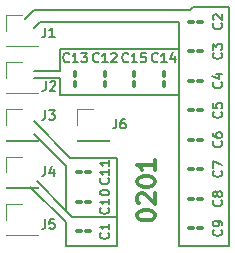
<source format=gto>
G04 #@! TF.GenerationSoftware,KiCad,Pcbnew,(7.0.0)*
G04 #@! TF.CreationDate,2023-03-10T17:55:38+01:00*
G04 #@! TF.ProjectId,CapacitorBox0201,43617061-6369-4746-9f72-426f78303230,rev?*
G04 #@! TF.SameCoordinates,Original*
G04 #@! TF.FileFunction,Legend,Top*
G04 #@! TF.FilePolarity,Positive*
%FSLAX46Y46*%
G04 Gerber Fmt 4.6, Leading zero omitted, Abs format (unit mm)*
G04 Created by KiCad (PCBNEW (7.0.0)) date 2023-03-10 17:55:38*
%MOMM*%
%LPD*%
G01*
G04 APERTURE LIST*
G04 Aperture macros list*
%AMRoundRect*
0 Rectangle with rounded corners*
0 $1 Rounding radius*
0 $2 $3 $4 $5 $6 $7 $8 $9 X,Y pos of 4 corners*
0 Add a 4 corners polygon primitive as box body*
4,1,4,$2,$3,$4,$5,$6,$7,$8,$9,$2,$3,0*
0 Add four circle primitives for the rounded corners*
1,1,$1+$1,$2,$3*
1,1,$1+$1,$4,$5*
1,1,$1+$1,$6,$7*
1,1,$1+$1,$8,$9*
0 Add four rect primitives between the rounded corners*
20,1,$1+$1,$2,$3,$4,$5,0*
20,1,$1+$1,$4,$5,$6,$7,0*
20,1,$1+$1,$6,$7,$8,$9,0*
20,1,$1+$1,$8,$9,$2,$3,0*%
G04 Aperture macros list end*
%ADD10C,0.150000*%
%ADD11C,0.300000*%
%ADD12C,0.120000*%
%ADD13RoundRect,0.100000X-0.217500X-0.100000X0.217500X-0.100000X0.217500X0.100000X-0.217500X0.100000X0*%
%ADD14RoundRect,0.100000X-0.100000X0.217500X-0.100000X-0.217500X0.100000X-0.217500X0.100000X0.217500X0*%
%ADD15R,1.700000X1.700000*%
G04 #@! TA.AperFunction,Profile*
%ADD16C,0.100000*%
G04 #@! TD*
G04 APERTURE END LIST*
D10*
X111000000Y-121250000D02*
X106750000Y-121250000D01*
X107250000Y-118750000D02*
X111000000Y-118750000D01*
X106750000Y-114500000D02*
X106750000Y-118250000D01*
X104000000Y-101250000D02*
X103250000Y-102000000D01*
X106750000Y-118250000D02*
X104250000Y-115750000D01*
X111000000Y-118750000D02*
X111000000Y-113750000D01*
X120500000Y-121250000D02*
X116250000Y-121250000D01*
X106750000Y-114500000D02*
X104000000Y-111750000D01*
X106750000Y-119200000D02*
X103675000Y-116215000D01*
X104000000Y-106400000D02*
X106200000Y-106400000D01*
X120500000Y-101000000D02*
X120500000Y-121250000D01*
X106200000Y-107000000D02*
X106200000Y-108500000D01*
X106250000Y-102250000D02*
X104500000Y-102250000D01*
X106200000Y-106400000D02*
X106200000Y-104600000D01*
X106750000Y-118250000D02*
X107250000Y-118750000D01*
X117500000Y-101000000D02*
X120500000Y-101000000D01*
X106750000Y-121250000D02*
X106750000Y-119200000D01*
X111000000Y-113750000D02*
X107100000Y-113750000D01*
X116250000Y-108500000D02*
X106200000Y-108500000D01*
X107100000Y-113750000D02*
X104000000Y-110675000D01*
X116250000Y-102250000D02*
X116250000Y-121250000D01*
X106250000Y-102250000D02*
X116250000Y-102250000D01*
X104500000Y-102250000D02*
X104000000Y-102750000D01*
X117500000Y-101000000D02*
X117250000Y-101250000D01*
X106200000Y-107000000D02*
X104000000Y-107000000D01*
X117250000Y-101250000D02*
X104000000Y-101250000D01*
X106200000Y-104600000D02*
X116200000Y-104600000D01*
X111000000Y-118750000D02*
X111000000Y-121250000D01*
D11*
X112751071Y-118714284D02*
X112751071Y-118571427D01*
X112751071Y-118571427D02*
X112822500Y-118428570D01*
X112822500Y-118428570D02*
X112893928Y-118357142D01*
X112893928Y-118357142D02*
X113036785Y-118285713D01*
X113036785Y-118285713D02*
X113322500Y-118214284D01*
X113322500Y-118214284D02*
X113679642Y-118214284D01*
X113679642Y-118214284D02*
X113965357Y-118285713D01*
X113965357Y-118285713D02*
X114108214Y-118357142D01*
X114108214Y-118357142D02*
X114179642Y-118428570D01*
X114179642Y-118428570D02*
X114251071Y-118571427D01*
X114251071Y-118571427D02*
X114251071Y-118714284D01*
X114251071Y-118714284D02*
X114179642Y-118857142D01*
X114179642Y-118857142D02*
X114108214Y-118928570D01*
X114108214Y-118928570D02*
X113965357Y-118999999D01*
X113965357Y-118999999D02*
X113679642Y-119071427D01*
X113679642Y-119071427D02*
X113322500Y-119071427D01*
X113322500Y-119071427D02*
X113036785Y-118999999D01*
X113036785Y-118999999D02*
X112893928Y-118928570D01*
X112893928Y-118928570D02*
X112822500Y-118857142D01*
X112822500Y-118857142D02*
X112751071Y-118714284D01*
X112893928Y-117642856D02*
X112822500Y-117571428D01*
X112822500Y-117571428D02*
X112751071Y-117428571D01*
X112751071Y-117428571D02*
X112751071Y-117071428D01*
X112751071Y-117071428D02*
X112822500Y-116928571D01*
X112822500Y-116928571D02*
X112893928Y-116857142D01*
X112893928Y-116857142D02*
X113036785Y-116785713D01*
X113036785Y-116785713D02*
X113179642Y-116785713D01*
X113179642Y-116785713D02*
X113393928Y-116857142D01*
X113393928Y-116857142D02*
X114251071Y-117714285D01*
X114251071Y-117714285D02*
X114251071Y-116785713D01*
X112751071Y-115857142D02*
X112751071Y-115714285D01*
X112751071Y-115714285D02*
X112822500Y-115571428D01*
X112822500Y-115571428D02*
X112893928Y-115500000D01*
X112893928Y-115500000D02*
X113036785Y-115428571D01*
X113036785Y-115428571D02*
X113322500Y-115357142D01*
X113322500Y-115357142D02*
X113679642Y-115357142D01*
X113679642Y-115357142D02*
X113965357Y-115428571D01*
X113965357Y-115428571D02*
X114108214Y-115500000D01*
X114108214Y-115500000D02*
X114179642Y-115571428D01*
X114179642Y-115571428D02*
X114251071Y-115714285D01*
X114251071Y-115714285D02*
X114251071Y-115857142D01*
X114251071Y-115857142D02*
X114179642Y-116000000D01*
X114179642Y-116000000D02*
X114108214Y-116071428D01*
X114108214Y-116071428D02*
X113965357Y-116142857D01*
X113965357Y-116142857D02*
X113679642Y-116214285D01*
X113679642Y-116214285D02*
X113322500Y-116214285D01*
X113322500Y-116214285D02*
X113036785Y-116142857D01*
X113036785Y-116142857D02*
X112893928Y-116071428D01*
X112893928Y-116071428D02*
X112822500Y-116000000D01*
X112822500Y-116000000D02*
X112751071Y-115857142D01*
X114251071Y-113928571D02*
X114251071Y-114785714D01*
X114251071Y-114357143D02*
X112751071Y-114357143D01*
X112751071Y-114357143D02*
X112965357Y-114500000D01*
X112965357Y-114500000D02*
X113108214Y-114642857D01*
X113108214Y-114642857D02*
X113179642Y-114785714D01*
D10*
X119880214Y-119883332D02*
X119918309Y-119921428D01*
X119918309Y-119921428D02*
X119956404Y-120035713D01*
X119956404Y-120035713D02*
X119956404Y-120111904D01*
X119956404Y-120111904D02*
X119918309Y-120226190D01*
X119918309Y-120226190D02*
X119842119Y-120302380D01*
X119842119Y-120302380D02*
X119765928Y-120340475D01*
X119765928Y-120340475D02*
X119613547Y-120378571D01*
X119613547Y-120378571D02*
X119499261Y-120378571D01*
X119499261Y-120378571D02*
X119346880Y-120340475D01*
X119346880Y-120340475D02*
X119270690Y-120302380D01*
X119270690Y-120302380D02*
X119194500Y-120226190D01*
X119194500Y-120226190D02*
X119156404Y-120111904D01*
X119156404Y-120111904D02*
X119156404Y-120035713D01*
X119156404Y-120035713D02*
X119194500Y-119921428D01*
X119194500Y-119921428D02*
X119232595Y-119883332D01*
X119956404Y-119502380D02*
X119956404Y-119349999D01*
X119956404Y-119349999D02*
X119918309Y-119273809D01*
X119918309Y-119273809D02*
X119880214Y-119235713D01*
X119880214Y-119235713D02*
X119765928Y-119159523D01*
X119765928Y-119159523D02*
X119613547Y-119121428D01*
X119613547Y-119121428D02*
X119308785Y-119121428D01*
X119308785Y-119121428D02*
X119232595Y-119159523D01*
X119232595Y-119159523D02*
X119194500Y-119197618D01*
X119194500Y-119197618D02*
X119156404Y-119273809D01*
X119156404Y-119273809D02*
X119156404Y-119426190D01*
X119156404Y-119426190D02*
X119194500Y-119502380D01*
X119194500Y-119502380D02*
X119232595Y-119540475D01*
X119232595Y-119540475D02*
X119308785Y-119578571D01*
X119308785Y-119578571D02*
X119499261Y-119578571D01*
X119499261Y-119578571D02*
X119575452Y-119540475D01*
X119575452Y-119540475D02*
X119613547Y-119502380D01*
X119613547Y-119502380D02*
X119651642Y-119426190D01*
X119651642Y-119426190D02*
X119651642Y-119273809D01*
X119651642Y-119273809D02*
X119613547Y-119197618D01*
X119613547Y-119197618D02*
X119575452Y-119159523D01*
X119575452Y-119159523D02*
X119499261Y-119121428D01*
X119880214Y-117383332D02*
X119918309Y-117421428D01*
X119918309Y-117421428D02*
X119956404Y-117535713D01*
X119956404Y-117535713D02*
X119956404Y-117611904D01*
X119956404Y-117611904D02*
X119918309Y-117726190D01*
X119918309Y-117726190D02*
X119842119Y-117802380D01*
X119842119Y-117802380D02*
X119765928Y-117840475D01*
X119765928Y-117840475D02*
X119613547Y-117878571D01*
X119613547Y-117878571D02*
X119499261Y-117878571D01*
X119499261Y-117878571D02*
X119346880Y-117840475D01*
X119346880Y-117840475D02*
X119270690Y-117802380D01*
X119270690Y-117802380D02*
X119194500Y-117726190D01*
X119194500Y-117726190D02*
X119156404Y-117611904D01*
X119156404Y-117611904D02*
X119156404Y-117535713D01*
X119156404Y-117535713D02*
X119194500Y-117421428D01*
X119194500Y-117421428D02*
X119232595Y-117383332D01*
X119499261Y-116926190D02*
X119461166Y-117002380D01*
X119461166Y-117002380D02*
X119423071Y-117040475D01*
X119423071Y-117040475D02*
X119346880Y-117078571D01*
X119346880Y-117078571D02*
X119308785Y-117078571D01*
X119308785Y-117078571D02*
X119232595Y-117040475D01*
X119232595Y-117040475D02*
X119194500Y-117002380D01*
X119194500Y-117002380D02*
X119156404Y-116926190D01*
X119156404Y-116926190D02*
X119156404Y-116773809D01*
X119156404Y-116773809D02*
X119194500Y-116697618D01*
X119194500Y-116697618D02*
X119232595Y-116659523D01*
X119232595Y-116659523D02*
X119308785Y-116621428D01*
X119308785Y-116621428D02*
X119346880Y-116621428D01*
X119346880Y-116621428D02*
X119423071Y-116659523D01*
X119423071Y-116659523D02*
X119461166Y-116697618D01*
X119461166Y-116697618D02*
X119499261Y-116773809D01*
X119499261Y-116773809D02*
X119499261Y-116926190D01*
X119499261Y-116926190D02*
X119537357Y-117002380D01*
X119537357Y-117002380D02*
X119575452Y-117040475D01*
X119575452Y-117040475D02*
X119651642Y-117078571D01*
X119651642Y-117078571D02*
X119804023Y-117078571D01*
X119804023Y-117078571D02*
X119880214Y-117040475D01*
X119880214Y-117040475D02*
X119918309Y-117002380D01*
X119918309Y-117002380D02*
X119956404Y-116926190D01*
X119956404Y-116926190D02*
X119956404Y-116773809D01*
X119956404Y-116773809D02*
X119918309Y-116697618D01*
X119918309Y-116697618D02*
X119880214Y-116659523D01*
X119880214Y-116659523D02*
X119804023Y-116621428D01*
X119804023Y-116621428D02*
X119651642Y-116621428D01*
X119651642Y-116621428D02*
X119575452Y-116659523D01*
X119575452Y-116659523D02*
X119537357Y-116697618D01*
X119537357Y-116697618D02*
X119499261Y-116773809D01*
X109485714Y-105617714D02*
X109447618Y-105655809D01*
X109447618Y-105655809D02*
X109333333Y-105693904D01*
X109333333Y-105693904D02*
X109257142Y-105693904D01*
X109257142Y-105693904D02*
X109142856Y-105655809D01*
X109142856Y-105655809D02*
X109066666Y-105579619D01*
X109066666Y-105579619D02*
X109028571Y-105503428D01*
X109028571Y-105503428D02*
X108990475Y-105351047D01*
X108990475Y-105351047D02*
X108990475Y-105236761D01*
X108990475Y-105236761D02*
X109028571Y-105084380D01*
X109028571Y-105084380D02*
X109066666Y-105008190D01*
X109066666Y-105008190D02*
X109142856Y-104932000D01*
X109142856Y-104932000D02*
X109257142Y-104893904D01*
X109257142Y-104893904D02*
X109333333Y-104893904D01*
X109333333Y-104893904D02*
X109447618Y-104932000D01*
X109447618Y-104932000D02*
X109485714Y-104970095D01*
X110247618Y-105693904D02*
X109790475Y-105693904D01*
X110019047Y-105693904D02*
X110019047Y-104893904D01*
X110019047Y-104893904D02*
X109942856Y-105008190D01*
X109942856Y-105008190D02*
X109866666Y-105084380D01*
X109866666Y-105084380D02*
X109790475Y-105122476D01*
X110552380Y-104970095D02*
X110590476Y-104932000D01*
X110590476Y-104932000D02*
X110666666Y-104893904D01*
X110666666Y-104893904D02*
X110857142Y-104893904D01*
X110857142Y-104893904D02*
X110933333Y-104932000D01*
X110933333Y-104932000D02*
X110971428Y-104970095D01*
X110971428Y-104970095D02*
X111009523Y-105046285D01*
X111009523Y-105046285D02*
X111009523Y-105122476D01*
X111009523Y-105122476D02*
X110971428Y-105236761D01*
X110971428Y-105236761D02*
X110514285Y-105693904D01*
X110514285Y-105693904D02*
X111009523Y-105693904D01*
X104983333Y-114493904D02*
X104983333Y-115065333D01*
X104983333Y-115065333D02*
X104945238Y-115179619D01*
X104945238Y-115179619D02*
X104869047Y-115255809D01*
X104869047Y-115255809D02*
X104754762Y-115293904D01*
X104754762Y-115293904D02*
X104678571Y-115293904D01*
X105707143Y-114760571D02*
X105707143Y-115293904D01*
X105516667Y-114455809D02*
X105326190Y-115027238D01*
X105326190Y-115027238D02*
X105821429Y-115027238D01*
X104983333Y-118993904D02*
X104983333Y-119565333D01*
X104983333Y-119565333D02*
X104945238Y-119679619D01*
X104945238Y-119679619D02*
X104869047Y-119755809D01*
X104869047Y-119755809D02*
X104754762Y-119793904D01*
X104754762Y-119793904D02*
X104678571Y-119793904D01*
X105745238Y-118993904D02*
X105364286Y-118993904D01*
X105364286Y-118993904D02*
X105326190Y-119374857D01*
X105326190Y-119374857D02*
X105364286Y-119336761D01*
X105364286Y-119336761D02*
X105440476Y-119298666D01*
X105440476Y-119298666D02*
X105630952Y-119298666D01*
X105630952Y-119298666D02*
X105707143Y-119336761D01*
X105707143Y-119336761D02*
X105745238Y-119374857D01*
X105745238Y-119374857D02*
X105783333Y-119451047D01*
X105783333Y-119451047D02*
X105783333Y-119641523D01*
X105783333Y-119641523D02*
X105745238Y-119717714D01*
X105745238Y-119717714D02*
X105707143Y-119755809D01*
X105707143Y-119755809D02*
X105630952Y-119793904D01*
X105630952Y-119793904D02*
X105440476Y-119793904D01*
X105440476Y-119793904D02*
X105364286Y-119755809D01*
X105364286Y-119755809D02*
X105326190Y-119717714D01*
X111985714Y-105617714D02*
X111947618Y-105655809D01*
X111947618Y-105655809D02*
X111833333Y-105693904D01*
X111833333Y-105693904D02*
X111757142Y-105693904D01*
X111757142Y-105693904D02*
X111642856Y-105655809D01*
X111642856Y-105655809D02*
X111566666Y-105579619D01*
X111566666Y-105579619D02*
X111528571Y-105503428D01*
X111528571Y-105503428D02*
X111490475Y-105351047D01*
X111490475Y-105351047D02*
X111490475Y-105236761D01*
X111490475Y-105236761D02*
X111528571Y-105084380D01*
X111528571Y-105084380D02*
X111566666Y-105008190D01*
X111566666Y-105008190D02*
X111642856Y-104932000D01*
X111642856Y-104932000D02*
X111757142Y-104893904D01*
X111757142Y-104893904D02*
X111833333Y-104893904D01*
X111833333Y-104893904D02*
X111947618Y-104932000D01*
X111947618Y-104932000D02*
X111985714Y-104970095D01*
X112747618Y-105693904D02*
X112290475Y-105693904D01*
X112519047Y-105693904D02*
X112519047Y-104893904D01*
X112519047Y-104893904D02*
X112442856Y-105008190D01*
X112442856Y-105008190D02*
X112366666Y-105084380D01*
X112366666Y-105084380D02*
X112290475Y-105122476D01*
X113471428Y-104893904D02*
X113090476Y-104893904D01*
X113090476Y-104893904D02*
X113052380Y-105274857D01*
X113052380Y-105274857D02*
X113090476Y-105236761D01*
X113090476Y-105236761D02*
X113166666Y-105198666D01*
X113166666Y-105198666D02*
X113357142Y-105198666D01*
X113357142Y-105198666D02*
X113433333Y-105236761D01*
X113433333Y-105236761D02*
X113471428Y-105274857D01*
X113471428Y-105274857D02*
X113509523Y-105351047D01*
X113509523Y-105351047D02*
X113509523Y-105541523D01*
X113509523Y-105541523D02*
X113471428Y-105617714D01*
X113471428Y-105617714D02*
X113433333Y-105655809D01*
X113433333Y-105655809D02*
X113357142Y-105693904D01*
X113357142Y-105693904D02*
X113166666Y-105693904D01*
X113166666Y-105693904D02*
X113090476Y-105655809D01*
X113090476Y-105655809D02*
X113052380Y-105617714D01*
X106985714Y-105617714D02*
X106947618Y-105655809D01*
X106947618Y-105655809D02*
X106833333Y-105693904D01*
X106833333Y-105693904D02*
X106757142Y-105693904D01*
X106757142Y-105693904D02*
X106642856Y-105655809D01*
X106642856Y-105655809D02*
X106566666Y-105579619D01*
X106566666Y-105579619D02*
X106528571Y-105503428D01*
X106528571Y-105503428D02*
X106490475Y-105351047D01*
X106490475Y-105351047D02*
X106490475Y-105236761D01*
X106490475Y-105236761D02*
X106528571Y-105084380D01*
X106528571Y-105084380D02*
X106566666Y-105008190D01*
X106566666Y-105008190D02*
X106642856Y-104932000D01*
X106642856Y-104932000D02*
X106757142Y-104893904D01*
X106757142Y-104893904D02*
X106833333Y-104893904D01*
X106833333Y-104893904D02*
X106947618Y-104932000D01*
X106947618Y-104932000D02*
X106985714Y-104970095D01*
X107747618Y-105693904D02*
X107290475Y-105693904D01*
X107519047Y-105693904D02*
X107519047Y-104893904D01*
X107519047Y-104893904D02*
X107442856Y-105008190D01*
X107442856Y-105008190D02*
X107366666Y-105084380D01*
X107366666Y-105084380D02*
X107290475Y-105122476D01*
X108014285Y-104893904D02*
X108509523Y-104893904D01*
X108509523Y-104893904D02*
X108242857Y-105198666D01*
X108242857Y-105198666D02*
X108357142Y-105198666D01*
X108357142Y-105198666D02*
X108433333Y-105236761D01*
X108433333Y-105236761D02*
X108471428Y-105274857D01*
X108471428Y-105274857D02*
X108509523Y-105351047D01*
X108509523Y-105351047D02*
X108509523Y-105541523D01*
X108509523Y-105541523D02*
X108471428Y-105617714D01*
X108471428Y-105617714D02*
X108433333Y-105655809D01*
X108433333Y-105655809D02*
X108357142Y-105693904D01*
X108357142Y-105693904D02*
X108128571Y-105693904D01*
X108128571Y-105693904D02*
X108052380Y-105655809D01*
X108052380Y-105655809D02*
X108014285Y-105617714D01*
X104983333Y-102743904D02*
X104983333Y-103315333D01*
X104983333Y-103315333D02*
X104945238Y-103429619D01*
X104945238Y-103429619D02*
X104869047Y-103505809D01*
X104869047Y-103505809D02*
X104754762Y-103543904D01*
X104754762Y-103543904D02*
X104678571Y-103543904D01*
X105783333Y-103543904D02*
X105326190Y-103543904D01*
X105554762Y-103543904D02*
X105554762Y-102743904D01*
X105554762Y-102743904D02*
X105478571Y-102858190D01*
X105478571Y-102858190D02*
X105402381Y-102934380D01*
X105402381Y-102934380D02*
X105326190Y-102972476D01*
X110983333Y-110493904D02*
X110983333Y-111065333D01*
X110983333Y-111065333D02*
X110945238Y-111179619D01*
X110945238Y-111179619D02*
X110869047Y-111255809D01*
X110869047Y-111255809D02*
X110754762Y-111293904D01*
X110754762Y-111293904D02*
X110678571Y-111293904D01*
X111707143Y-110493904D02*
X111554762Y-110493904D01*
X111554762Y-110493904D02*
X111478571Y-110532000D01*
X111478571Y-110532000D02*
X111440476Y-110570095D01*
X111440476Y-110570095D02*
X111364286Y-110684380D01*
X111364286Y-110684380D02*
X111326190Y-110836761D01*
X111326190Y-110836761D02*
X111326190Y-111141523D01*
X111326190Y-111141523D02*
X111364286Y-111217714D01*
X111364286Y-111217714D02*
X111402381Y-111255809D01*
X111402381Y-111255809D02*
X111478571Y-111293904D01*
X111478571Y-111293904D02*
X111630952Y-111293904D01*
X111630952Y-111293904D02*
X111707143Y-111255809D01*
X111707143Y-111255809D02*
X111745238Y-111217714D01*
X111745238Y-111217714D02*
X111783333Y-111141523D01*
X111783333Y-111141523D02*
X111783333Y-110951047D01*
X111783333Y-110951047D02*
X111745238Y-110874857D01*
X111745238Y-110874857D02*
X111707143Y-110836761D01*
X111707143Y-110836761D02*
X111630952Y-110798666D01*
X111630952Y-110798666D02*
X111478571Y-110798666D01*
X111478571Y-110798666D02*
X111402381Y-110836761D01*
X111402381Y-110836761D02*
X111364286Y-110874857D01*
X111364286Y-110874857D02*
X111326190Y-110951047D01*
X110317714Y-118014285D02*
X110355809Y-118052381D01*
X110355809Y-118052381D02*
X110393904Y-118166666D01*
X110393904Y-118166666D02*
X110393904Y-118242857D01*
X110393904Y-118242857D02*
X110355809Y-118357143D01*
X110355809Y-118357143D02*
X110279619Y-118433333D01*
X110279619Y-118433333D02*
X110203428Y-118471428D01*
X110203428Y-118471428D02*
X110051047Y-118509524D01*
X110051047Y-118509524D02*
X109936761Y-118509524D01*
X109936761Y-118509524D02*
X109784380Y-118471428D01*
X109784380Y-118471428D02*
X109708190Y-118433333D01*
X109708190Y-118433333D02*
X109632000Y-118357143D01*
X109632000Y-118357143D02*
X109593904Y-118242857D01*
X109593904Y-118242857D02*
X109593904Y-118166666D01*
X109593904Y-118166666D02*
X109632000Y-118052381D01*
X109632000Y-118052381D02*
X109670095Y-118014285D01*
X110393904Y-117252381D02*
X110393904Y-117709524D01*
X110393904Y-117480952D02*
X109593904Y-117480952D01*
X109593904Y-117480952D02*
X109708190Y-117557143D01*
X109708190Y-117557143D02*
X109784380Y-117633333D01*
X109784380Y-117633333D02*
X109822476Y-117709524D01*
X109593904Y-116757142D02*
X109593904Y-116680952D01*
X109593904Y-116680952D02*
X109632000Y-116604761D01*
X109632000Y-116604761D02*
X109670095Y-116566666D01*
X109670095Y-116566666D02*
X109746285Y-116528571D01*
X109746285Y-116528571D02*
X109898666Y-116490476D01*
X109898666Y-116490476D02*
X110089142Y-116490476D01*
X110089142Y-116490476D02*
X110241523Y-116528571D01*
X110241523Y-116528571D02*
X110317714Y-116566666D01*
X110317714Y-116566666D02*
X110355809Y-116604761D01*
X110355809Y-116604761D02*
X110393904Y-116680952D01*
X110393904Y-116680952D02*
X110393904Y-116757142D01*
X110393904Y-116757142D02*
X110355809Y-116833333D01*
X110355809Y-116833333D02*
X110317714Y-116871428D01*
X110317714Y-116871428D02*
X110241523Y-116909523D01*
X110241523Y-116909523D02*
X110089142Y-116947619D01*
X110089142Y-116947619D02*
X109898666Y-116947619D01*
X109898666Y-116947619D02*
X109746285Y-116909523D01*
X109746285Y-116909523D02*
X109670095Y-116871428D01*
X109670095Y-116871428D02*
X109632000Y-116833333D01*
X109632000Y-116833333D02*
X109593904Y-116757142D01*
X114485714Y-105617714D02*
X114447618Y-105655809D01*
X114447618Y-105655809D02*
X114333333Y-105693904D01*
X114333333Y-105693904D02*
X114257142Y-105693904D01*
X114257142Y-105693904D02*
X114142856Y-105655809D01*
X114142856Y-105655809D02*
X114066666Y-105579619D01*
X114066666Y-105579619D02*
X114028571Y-105503428D01*
X114028571Y-105503428D02*
X113990475Y-105351047D01*
X113990475Y-105351047D02*
X113990475Y-105236761D01*
X113990475Y-105236761D02*
X114028571Y-105084380D01*
X114028571Y-105084380D02*
X114066666Y-105008190D01*
X114066666Y-105008190D02*
X114142856Y-104932000D01*
X114142856Y-104932000D02*
X114257142Y-104893904D01*
X114257142Y-104893904D02*
X114333333Y-104893904D01*
X114333333Y-104893904D02*
X114447618Y-104932000D01*
X114447618Y-104932000D02*
X114485714Y-104970095D01*
X115247618Y-105693904D02*
X114790475Y-105693904D01*
X115019047Y-105693904D02*
X115019047Y-104893904D01*
X115019047Y-104893904D02*
X114942856Y-105008190D01*
X114942856Y-105008190D02*
X114866666Y-105084380D01*
X114866666Y-105084380D02*
X114790475Y-105122476D01*
X115933333Y-105160571D02*
X115933333Y-105693904D01*
X115742857Y-104855809D02*
X115552380Y-105427238D01*
X115552380Y-105427238D02*
X116047619Y-105427238D01*
X119880214Y-114883332D02*
X119918309Y-114921428D01*
X119918309Y-114921428D02*
X119956404Y-115035713D01*
X119956404Y-115035713D02*
X119956404Y-115111904D01*
X119956404Y-115111904D02*
X119918309Y-115226190D01*
X119918309Y-115226190D02*
X119842119Y-115302380D01*
X119842119Y-115302380D02*
X119765928Y-115340475D01*
X119765928Y-115340475D02*
X119613547Y-115378571D01*
X119613547Y-115378571D02*
X119499261Y-115378571D01*
X119499261Y-115378571D02*
X119346880Y-115340475D01*
X119346880Y-115340475D02*
X119270690Y-115302380D01*
X119270690Y-115302380D02*
X119194500Y-115226190D01*
X119194500Y-115226190D02*
X119156404Y-115111904D01*
X119156404Y-115111904D02*
X119156404Y-115035713D01*
X119156404Y-115035713D02*
X119194500Y-114921428D01*
X119194500Y-114921428D02*
X119232595Y-114883332D01*
X119156404Y-114616666D02*
X119156404Y-114083332D01*
X119156404Y-114083332D02*
X119956404Y-114426190D01*
X119880214Y-104883332D02*
X119918309Y-104921428D01*
X119918309Y-104921428D02*
X119956404Y-105035713D01*
X119956404Y-105035713D02*
X119956404Y-105111904D01*
X119956404Y-105111904D02*
X119918309Y-105226190D01*
X119918309Y-105226190D02*
X119842119Y-105302380D01*
X119842119Y-105302380D02*
X119765928Y-105340475D01*
X119765928Y-105340475D02*
X119613547Y-105378571D01*
X119613547Y-105378571D02*
X119499261Y-105378571D01*
X119499261Y-105378571D02*
X119346880Y-105340475D01*
X119346880Y-105340475D02*
X119270690Y-105302380D01*
X119270690Y-105302380D02*
X119194500Y-105226190D01*
X119194500Y-105226190D02*
X119156404Y-105111904D01*
X119156404Y-105111904D02*
X119156404Y-105035713D01*
X119156404Y-105035713D02*
X119194500Y-104921428D01*
X119194500Y-104921428D02*
X119232595Y-104883332D01*
X119156404Y-104616666D02*
X119156404Y-104121428D01*
X119156404Y-104121428D02*
X119461166Y-104388094D01*
X119461166Y-104388094D02*
X119461166Y-104273809D01*
X119461166Y-104273809D02*
X119499261Y-104197618D01*
X119499261Y-104197618D02*
X119537357Y-104159523D01*
X119537357Y-104159523D02*
X119613547Y-104121428D01*
X119613547Y-104121428D02*
X119804023Y-104121428D01*
X119804023Y-104121428D02*
X119880214Y-104159523D01*
X119880214Y-104159523D02*
X119918309Y-104197618D01*
X119918309Y-104197618D02*
X119956404Y-104273809D01*
X119956404Y-104273809D02*
X119956404Y-104502380D01*
X119956404Y-104502380D02*
X119918309Y-104578571D01*
X119918309Y-104578571D02*
X119880214Y-104616666D01*
X104983333Y-109743904D02*
X104983333Y-110315333D01*
X104983333Y-110315333D02*
X104945238Y-110429619D01*
X104945238Y-110429619D02*
X104869047Y-110505809D01*
X104869047Y-110505809D02*
X104754762Y-110543904D01*
X104754762Y-110543904D02*
X104678571Y-110543904D01*
X105288095Y-109743904D02*
X105783333Y-109743904D01*
X105783333Y-109743904D02*
X105516667Y-110048666D01*
X105516667Y-110048666D02*
X105630952Y-110048666D01*
X105630952Y-110048666D02*
X105707143Y-110086761D01*
X105707143Y-110086761D02*
X105745238Y-110124857D01*
X105745238Y-110124857D02*
X105783333Y-110201047D01*
X105783333Y-110201047D02*
X105783333Y-110391523D01*
X105783333Y-110391523D02*
X105745238Y-110467714D01*
X105745238Y-110467714D02*
X105707143Y-110505809D01*
X105707143Y-110505809D02*
X105630952Y-110543904D01*
X105630952Y-110543904D02*
X105402381Y-110543904D01*
X105402381Y-110543904D02*
X105326190Y-110505809D01*
X105326190Y-110505809D02*
X105288095Y-110467714D01*
X119880214Y-107383332D02*
X119918309Y-107421428D01*
X119918309Y-107421428D02*
X119956404Y-107535713D01*
X119956404Y-107535713D02*
X119956404Y-107611904D01*
X119956404Y-107611904D02*
X119918309Y-107726190D01*
X119918309Y-107726190D02*
X119842119Y-107802380D01*
X119842119Y-107802380D02*
X119765928Y-107840475D01*
X119765928Y-107840475D02*
X119613547Y-107878571D01*
X119613547Y-107878571D02*
X119499261Y-107878571D01*
X119499261Y-107878571D02*
X119346880Y-107840475D01*
X119346880Y-107840475D02*
X119270690Y-107802380D01*
X119270690Y-107802380D02*
X119194500Y-107726190D01*
X119194500Y-107726190D02*
X119156404Y-107611904D01*
X119156404Y-107611904D02*
X119156404Y-107535713D01*
X119156404Y-107535713D02*
X119194500Y-107421428D01*
X119194500Y-107421428D02*
X119232595Y-107383332D01*
X119423071Y-106697618D02*
X119956404Y-106697618D01*
X119118309Y-106888094D02*
X119689738Y-107078571D01*
X119689738Y-107078571D02*
X119689738Y-106583332D01*
X119880214Y-102383332D02*
X119918309Y-102421428D01*
X119918309Y-102421428D02*
X119956404Y-102535713D01*
X119956404Y-102535713D02*
X119956404Y-102611904D01*
X119956404Y-102611904D02*
X119918309Y-102726190D01*
X119918309Y-102726190D02*
X119842119Y-102802380D01*
X119842119Y-102802380D02*
X119765928Y-102840475D01*
X119765928Y-102840475D02*
X119613547Y-102878571D01*
X119613547Y-102878571D02*
X119499261Y-102878571D01*
X119499261Y-102878571D02*
X119346880Y-102840475D01*
X119346880Y-102840475D02*
X119270690Y-102802380D01*
X119270690Y-102802380D02*
X119194500Y-102726190D01*
X119194500Y-102726190D02*
X119156404Y-102611904D01*
X119156404Y-102611904D02*
X119156404Y-102535713D01*
X119156404Y-102535713D02*
X119194500Y-102421428D01*
X119194500Y-102421428D02*
X119232595Y-102383332D01*
X119232595Y-102078571D02*
X119194500Y-102040475D01*
X119194500Y-102040475D02*
X119156404Y-101964285D01*
X119156404Y-101964285D02*
X119156404Y-101773809D01*
X119156404Y-101773809D02*
X119194500Y-101697618D01*
X119194500Y-101697618D02*
X119232595Y-101659523D01*
X119232595Y-101659523D02*
X119308785Y-101621428D01*
X119308785Y-101621428D02*
X119384976Y-101621428D01*
X119384976Y-101621428D02*
X119499261Y-101659523D01*
X119499261Y-101659523D02*
X119956404Y-102116666D01*
X119956404Y-102116666D02*
X119956404Y-101621428D01*
X119880214Y-112383332D02*
X119918309Y-112421428D01*
X119918309Y-112421428D02*
X119956404Y-112535713D01*
X119956404Y-112535713D02*
X119956404Y-112611904D01*
X119956404Y-112611904D02*
X119918309Y-112726190D01*
X119918309Y-112726190D02*
X119842119Y-112802380D01*
X119842119Y-112802380D02*
X119765928Y-112840475D01*
X119765928Y-112840475D02*
X119613547Y-112878571D01*
X119613547Y-112878571D02*
X119499261Y-112878571D01*
X119499261Y-112878571D02*
X119346880Y-112840475D01*
X119346880Y-112840475D02*
X119270690Y-112802380D01*
X119270690Y-112802380D02*
X119194500Y-112726190D01*
X119194500Y-112726190D02*
X119156404Y-112611904D01*
X119156404Y-112611904D02*
X119156404Y-112535713D01*
X119156404Y-112535713D02*
X119194500Y-112421428D01*
X119194500Y-112421428D02*
X119232595Y-112383332D01*
X119156404Y-111697618D02*
X119156404Y-111849999D01*
X119156404Y-111849999D02*
X119194500Y-111926190D01*
X119194500Y-111926190D02*
X119232595Y-111964285D01*
X119232595Y-111964285D02*
X119346880Y-112040475D01*
X119346880Y-112040475D02*
X119499261Y-112078571D01*
X119499261Y-112078571D02*
X119804023Y-112078571D01*
X119804023Y-112078571D02*
X119880214Y-112040475D01*
X119880214Y-112040475D02*
X119918309Y-112002380D01*
X119918309Y-112002380D02*
X119956404Y-111926190D01*
X119956404Y-111926190D02*
X119956404Y-111773809D01*
X119956404Y-111773809D02*
X119918309Y-111697618D01*
X119918309Y-111697618D02*
X119880214Y-111659523D01*
X119880214Y-111659523D02*
X119804023Y-111621428D01*
X119804023Y-111621428D02*
X119613547Y-111621428D01*
X119613547Y-111621428D02*
X119537357Y-111659523D01*
X119537357Y-111659523D02*
X119499261Y-111697618D01*
X119499261Y-111697618D02*
X119461166Y-111773809D01*
X119461166Y-111773809D02*
X119461166Y-111926190D01*
X119461166Y-111926190D02*
X119499261Y-112002380D01*
X119499261Y-112002380D02*
X119537357Y-112040475D01*
X119537357Y-112040475D02*
X119613547Y-112078571D01*
X110317714Y-115514285D02*
X110355809Y-115552381D01*
X110355809Y-115552381D02*
X110393904Y-115666666D01*
X110393904Y-115666666D02*
X110393904Y-115742857D01*
X110393904Y-115742857D02*
X110355809Y-115857143D01*
X110355809Y-115857143D02*
X110279619Y-115933333D01*
X110279619Y-115933333D02*
X110203428Y-115971428D01*
X110203428Y-115971428D02*
X110051047Y-116009524D01*
X110051047Y-116009524D02*
X109936761Y-116009524D01*
X109936761Y-116009524D02*
X109784380Y-115971428D01*
X109784380Y-115971428D02*
X109708190Y-115933333D01*
X109708190Y-115933333D02*
X109632000Y-115857143D01*
X109632000Y-115857143D02*
X109593904Y-115742857D01*
X109593904Y-115742857D02*
X109593904Y-115666666D01*
X109593904Y-115666666D02*
X109632000Y-115552381D01*
X109632000Y-115552381D02*
X109670095Y-115514285D01*
X110393904Y-114752381D02*
X110393904Y-115209524D01*
X110393904Y-114980952D02*
X109593904Y-114980952D01*
X109593904Y-114980952D02*
X109708190Y-115057143D01*
X109708190Y-115057143D02*
X109784380Y-115133333D01*
X109784380Y-115133333D02*
X109822476Y-115209524D01*
X110393904Y-113990476D02*
X110393904Y-114447619D01*
X110393904Y-114219047D02*
X109593904Y-114219047D01*
X109593904Y-114219047D02*
X109708190Y-114295238D01*
X109708190Y-114295238D02*
X109784380Y-114371428D01*
X109784380Y-114371428D02*
X109822476Y-114447619D01*
X105033333Y-107293904D02*
X105033333Y-107865333D01*
X105033333Y-107865333D02*
X104995238Y-107979619D01*
X104995238Y-107979619D02*
X104919047Y-108055809D01*
X104919047Y-108055809D02*
X104804762Y-108093904D01*
X104804762Y-108093904D02*
X104728571Y-108093904D01*
X105376190Y-107370095D02*
X105414286Y-107332000D01*
X105414286Y-107332000D02*
X105490476Y-107293904D01*
X105490476Y-107293904D02*
X105680952Y-107293904D01*
X105680952Y-107293904D02*
X105757143Y-107332000D01*
X105757143Y-107332000D02*
X105795238Y-107370095D01*
X105795238Y-107370095D02*
X105833333Y-107446285D01*
X105833333Y-107446285D02*
X105833333Y-107522476D01*
X105833333Y-107522476D02*
X105795238Y-107636761D01*
X105795238Y-107636761D02*
X105338095Y-108093904D01*
X105338095Y-108093904D02*
X105833333Y-108093904D01*
X119880214Y-109883332D02*
X119918309Y-109921428D01*
X119918309Y-109921428D02*
X119956404Y-110035713D01*
X119956404Y-110035713D02*
X119956404Y-110111904D01*
X119956404Y-110111904D02*
X119918309Y-110226190D01*
X119918309Y-110226190D02*
X119842119Y-110302380D01*
X119842119Y-110302380D02*
X119765928Y-110340475D01*
X119765928Y-110340475D02*
X119613547Y-110378571D01*
X119613547Y-110378571D02*
X119499261Y-110378571D01*
X119499261Y-110378571D02*
X119346880Y-110340475D01*
X119346880Y-110340475D02*
X119270690Y-110302380D01*
X119270690Y-110302380D02*
X119194500Y-110226190D01*
X119194500Y-110226190D02*
X119156404Y-110111904D01*
X119156404Y-110111904D02*
X119156404Y-110035713D01*
X119156404Y-110035713D02*
X119194500Y-109921428D01*
X119194500Y-109921428D02*
X119232595Y-109883332D01*
X119156404Y-109159523D02*
X119156404Y-109540475D01*
X119156404Y-109540475D02*
X119537357Y-109578571D01*
X119537357Y-109578571D02*
X119499261Y-109540475D01*
X119499261Y-109540475D02*
X119461166Y-109464285D01*
X119461166Y-109464285D02*
X119461166Y-109273809D01*
X119461166Y-109273809D02*
X119499261Y-109197618D01*
X119499261Y-109197618D02*
X119537357Y-109159523D01*
X119537357Y-109159523D02*
X119613547Y-109121428D01*
X119613547Y-109121428D02*
X119804023Y-109121428D01*
X119804023Y-109121428D02*
X119880214Y-109159523D01*
X119880214Y-109159523D02*
X119918309Y-109197618D01*
X119918309Y-109197618D02*
X119956404Y-109273809D01*
X119956404Y-109273809D02*
X119956404Y-109464285D01*
X119956404Y-109464285D02*
X119918309Y-109540475D01*
X119918309Y-109540475D02*
X119880214Y-109578571D01*
X110317714Y-120133332D02*
X110355809Y-120171428D01*
X110355809Y-120171428D02*
X110393904Y-120285713D01*
X110393904Y-120285713D02*
X110393904Y-120361904D01*
X110393904Y-120361904D02*
X110355809Y-120476190D01*
X110355809Y-120476190D02*
X110279619Y-120552380D01*
X110279619Y-120552380D02*
X110203428Y-120590475D01*
X110203428Y-120590475D02*
X110051047Y-120628571D01*
X110051047Y-120628571D02*
X109936761Y-120628571D01*
X109936761Y-120628571D02*
X109784380Y-120590475D01*
X109784380Y-120590475D02*
X109708190Y-120552380D01*
X109708190Y-120552380D02*
X109632000Y-120476190D01*
X109632000Y-120476190D02*
X109593904Y-120361904D01*
X109593904Y-120361904D02*
X109593904Y-120285713D01*
X109593904Y-120285713D02*
X109632000Y-120171428D01*
X109632000Y-120171428D02*
X109670095Y-120133332D01*
X110393904Y-119371428D02*
X110393904Y-119828571D01*
X110393904Y-119599999D02*
X109593904Y-119599999D01*
X109593904Y-119599999D02*
X109708190Y-119676190D01*
X109708190Y-119676190D02*
X109784380Y-119752380D01*
X109784380Y-119752380D02*
X109822476Y-119828571D01*
D12*
X101670000Y-115000000D02*
X101670000Y-113670000D01*
X101670000Y-116330000D02*
X104330000Y-116330000D01*
X104330000Y-116270000D02*
X104330000Y-116330000D01*
X101670000Y-116270000D02*
X104330000Y-116270000D01*
X101670000Y-116270000D02*
X101670000Y-116330000D01*
X101670000Y-113670000D02*
X103000000Y-113670000D01*
X101670000Y-117670000D02*
X103000000Y-117670000D01*
X101670000Y-120330000D02*
X104330000Y-120330000D01*
X101670000Y-120270000D02*
X104330000Y-120270000D01*
X101670000Y-120270000D02*
X101670000Y-120330000D01*
X101670000Y-119000000D02*
X101670000Y-117670000D01*
X104330000Y-120270000D02*
X104330000Y-120330000D01*
X101670000Y-104270000D02*
X101670000Y-104330000D01*
X101670000Y-104330000D02*
X104330000Y-104330000D01*
X101670000Y-104270000D02*
X104330000Y-104270000D01*
X101670000Y-101670000D02*
X103000000Y-101670000D01*
X104330000Y-104270000D02*
X104330000Y-104330000D01*
X101670000Y-103000000D02*
X101670000Y-101670000D01*
X107670000Y-109670000D02*
X109000000Y-109670000D01*
X107670000Y-111000000D02*
X107670000Y-109670000D01*
X110330000Y-112270000D02*
X110330000Y-112330000D01*
X107670000Y-112270000D02*
X110330000Y-112270000D01*
X107670000Y-112270000D02*
X107670000Y-112330000D01*
X107670000Y-112330000D02*
X110330000Y-112330000D01*
X101670000Y-112330000D02*
X104330000Y-112330000D01*
X104330000Y-112270000D02*
X104330000Y-112330000D01*
X101670000Y-112270000D02*
X104330000Y-112270000D01*
X101670000Y-112270000D02*
X101670000Y-112330000D01*
X101670000Y-109670000D02*
X103000000Y-109670000D01*
X101670000Y-111000000D02*
X101670000Y-109670000D01*
X101670000Y-107000000D02*
X101670000Y-105670000D01*
X101670000Y-108330000D02*
X104330000Y-108330000D01*
X101670000Y-108270000D02*
X101670000Y-108330000D01*
X104330000Y-108270000D02*
X104330000Y-108330000D01*
X101670000Y-108270000D02*
X104330000Y-108270000D01*
X101670000Y-105670000D02*
X103000000Y-105670000D01*
%LPC*%
D13*
X117292500Y-119750000D03*
X118107500Y-119750000D03*
X117292500Y-117250000D03*
X118107500Y-117250000D03*
D14*
X110000000Y-106692500D03*
X110000000Y-107507500D03*
D15*
X102999999Y-114999999D03*
X102999999Y-118999999D03*
D14*
X112500000Y-106692500D03*
X112500000Y-107507500D03*
X107500000Y-106692500D03*
X107500000Y-107507500D03*
D15*
X102999999Y-102999999D03*
X108999999Y-110999999D03*
D13*
X107792500Y-117500000D03*
X108607500Y-117500000D03*
D14*
X115000000Y-106692500D03*
X115000000Y-107507500D03*
D13*
X117292500Y-114750000D03*
X118107500Y-114750000D03*
X117292500Y-104750000D03*
X118107500Y-104750000D03*
D15*
X102999999Y-110999999D03*
D13*
X117292500Y-107250000D03*
X118107500Y-107250000D03*
X117292500Y-102250000D03*
X118107500Y-102250000D03*
X117292500Y-112250000D03*
X118107500Y-112250000D03*
X107792500Y-115000000D03*
X108607500Y-115000000D03*
D15*
X102999999Y-106999999D03*
D13*
X117292500Y-109750000D03*
X118107500Y-109750000D03*
X107792500Y-120000000D03*
X108607500Y-120000000D03*
D16*
X101000000Y-100000000D02*
X121000000Y-100000000D01*
X121000000Y-100000000D02*
X121000000Y-122000000D01*
X121000000Y-122000000D02*
X101000000Y-122000000D01*
X101000000Y-100000000D02*
X101000000Y-122000000D01*
M02*

</source>
